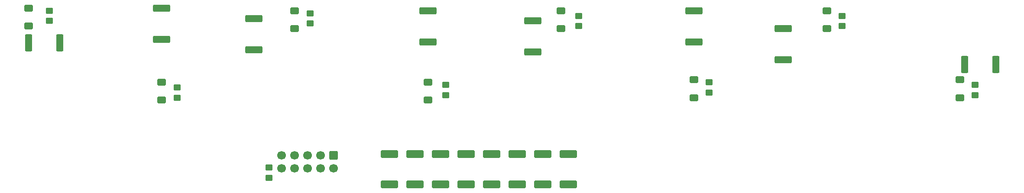
<source format=gbr>
%TF.GenerationSoftware,KiCad,Pcbnew,7.0.9*%
%TF.CreationDate,2024-06-20T14:31:36+03:00*%
%TF.ProjectId,_____ ____ __________,1f3b3042-3020-4443-9e42-3e2041323542,rev?*%
%TF.SameCoordinates,Original*%
%TF.FileFunction,Soldermask,Bot*%
%TF.FilePolarity,Negative*%
%FSLAX46Y46*%
G04 Gerber Fmt 4.6, Leading zero omitted, Abs format (unit mm)*
G04 Created by KiCad (PCBNEW 7.0.9) date 2024-06-20 14:31:36*
%MOMM*%
%LPD*%
G01*
G04 APERTURE LIST*
G04 Aperture macros list*
%AMRoundRect*
0 Rectangle with rounded corners*
0 $1 Rounding radius*
0 $2 $3 $4 $5 $6 $7 $8 $9 X,Y pos of 4 corners*
0 Add a 4 corners polygon primitive as box body*
4,1,4,$2,$3,$4,$5,$6,$7,$8,$9,$2,$3,0*
0 Add four circle primitives for the rounded corners*
1,1,$1+$1,$2,$3*
1,1,$1+$1,$4,$5*
1,1,$1+$1,$6,$7*
1,1,$1+$1,$8,$9*
0 Add four rect primitives between the rounded corners*
20,1,$1+$1,$2,$3,$4,$5,0*
20,1,$1+$1,$4,$5,$6,$7,0*
20,1,$1+$1,$6,$7,$8,$9,0*
20,1,$1+$1,$8,$9,$2,$3,0*%
G04 Aperture macros list end*
%ADD10RoundRect,0.250000X-0.600000X0.600000X-0.600000X-0.600000X0.600000X-0.600000X0.600000X0.600000X0*%
%ADD11C,1.700000*%
%ADD12RoundRect,0.250000X-0.450000X0.350000X-0.450000X-0.350000X0.450000X-0.350000X0.450000X0.350000X0*%
%ADD13RoundRect,0.249999X-1.425001X0.450001X-1.425001X-0.450001X1.425001X-0.450001X1.425001X0.450001X0*%
%ADD14RoundRect,0.250000X0.600000X-0.400000X0.600000X0.400000X-0.600000X0.400000X-0.600000X-0.400000X0*%
%ADD15RoundRect,0.249999X1.425001X-0.512501X1.425001X0.512501X-1.425001X0.512501X-1.425001X-0.512501X0*%
%ADD16RoundRect,0.249999X0.450001X1.425001X-0.450001X1.425001X-0.450001X-1.425001X0.450001X-1.425001X0*%
%ADD17RoundRect,0.249999X-0.450001X-1.425001X0.450001X-1.425001X0.450001X1.425001X-0.450001X1.425001X0*%
G04 APERTURE END LIST*
D10*
%TO.C,J2*%
X92580000Y-80802500D03*
D11*
X92580000Y-83342500D03*
X90040000Y-80802500D03*
X90040000Y-83342500D03*
X87500000Y-80802500D03*
X87500000Y-83342500D03*
X84960000Y-80802500D03*
X84960000Y-83342500D03*
X82420000Y-80802500D03*
X82420000Y-83342500D03*
%TD*%
D12*
%TO.C,C11*%
X37000000Y-52500000D03*
X37000000Y-54500000D03*
%TD*%
D13*
%TO.C,R5*%
X131500000Y-54500000D03*
X131500000Y-60600000D03*
%TD*%
D14*
%TO.C,D8*%
X215000000Y-69500000D03*
X215000000Y-66000000D03*
%TD*%
D12*
%TO.C,C16*%
X166000000Y-66500000D03*
X166000000Y-68500000D03*
%TD*%
%TO.C,C13*%
X88000000Y-53000000D03*
X88000000Y-55000000D03*
%TD*%
D15*
%TO.C,R18*%
X108500000Y-86475000D03*
X108500000Y-80500000D03*
%TD*%
%TO.C,R24*%
X138500000Y-86500000D03*
X138500000Y-80525000D03*
%TD*%
%TO.C,R21*%
X123500000Y-86475000D03*
X123500000Y-80500000D03*
%TD*%
%TO.C,R22*%
X128500000Y-86475000D03*
X128500000Y-80500000D03*
%TD*%
D13*
%TO.C,R6*%
X163000000Y-52500000D03*
X163000000Y-58600000D03*
%TD*%
D14*
%TO.C,D6*%
X163000000Y-69500000D03*
X163000000Y-66000000D03*
%TD*%
%TO.C,D4*%
X111000000Y-70000000D03*
X111000000Y-66500000D03*
%TD*%
D12*
%TO.C,C17*%
X192000000Y-53500000D03*
X192000000Y-55500000D03*
%TD*%
%TO.C,C18*%
X218000000Y-67000000D03*
X218000000Y-69000000D03*
%TD*%
%TO.C,C12*%
X62000000Y-67500000D03*
X62000000Y-69500000D03*
%TD*%
D16*
%TO.C,R8*%
X222050000Y-63000000D03*
X215950000Y-63000000D03*
%TD*%
D12*
%TO.C,C3*%
X80000000Y-83200000D03*
X80000000Y-85200000D03*
%TD*%
D13*
%TO.C,R7*%
X180500000Y-55950000D03*
X180500000Y-62050000D03*
%TD*%
D15*
%TO.C,R19*%
X113500000Y-86475000D03*
X113500000Y-80500000D03*
%TD*%
D13*
%TO.C,R2*%
X59000000Y-52000000D03*
X59000000Y-58100000D03*
%TD*%
D17*
%TO.C,R1*%
X32950000Y-58750000D03*
X39050000Y-58750000D03*
%TD*%
D15*
%TO.C,R23*%
X133500000Y-86500000D03*
X133500000Y-80525000D03*
%TD*%
D14*
%TO.C,D2*%
X59000000Y-70000000D03*
X59000000Y-66500000D03*
%TD*%
%TO.C,D5*%
X137000000Y-56000000D03*
X137000000Y-52500000D03*
%TD*%
D13*
%TO.C,R4*%
X111000000Y-52500000D03*
X111000000Y-58600000D03*
%TD*%
D14*
%TO.C,D1*%
X33000000Y-55500000D03*
X33000000Y-52000000D03*
%TD*%
D12*
%TO.C,C15*%
X140500000Y-53500000D03*
X140500000Y-55500000D03*
%TD*%
D14*
%TO.C,D7*%
X189000000Y-56000000D03*
X189000000Y-52500000D03*
%TD*%
D15*
%TO.C,R20*%
X118500000Y-86475000D03*
X118500000Y-80500000D03*
%TD*%
D14*
%TO.C,D3*%
X85000000Y-56000000D03*
X85000000Y-52500000D03*
%TD*%
D13*
%TO.C,R3*%
X77000000Y-54000000D03*
X77000000Y-60100000D03*
%TD*%
D12*
%TO.C,C14*%
X114500000Y-67000000D03*
X114500000Y-69000000D03*
%TD*%
D15*
%TO.C,R17*%
X103500000Y-86475000D03*
X103500000Y-80500000D03*
%TD*%
M02*

</source>
